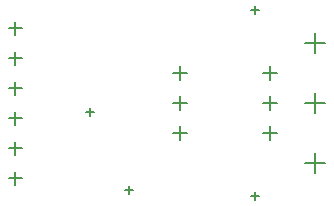
<source format=gbr>
%TF.GenerationSoftware,Altium Limited,Altium Designer,21.3.0 (21)*%
G04 Layer_Color=128*
%FSLAX45Y45*%
%MOMM*%
%TF.SameCoordinates,798F48EE-B9F3-42F3-8741-5E889E50E555*%
%TF.FilePolarity,Positive*%
%TF.FileFunction,Drillmap*%
%TF.Part,Single*%
G01*
G75*
%TA.AperFunction,NonConductor*%
%ADD35C,0.12700*%
D35*
X25632501Y20320000D02*
X25802499D01*
X25717499Y20235001D02*
Y20405000D01*
X25632501Y19812000D02*
X25802499D01*
X25717499Y19727000D02*
Y19897000D01*
X25632501Y19303999D02*
X25802499D01*
X25717499Y19219000D02*
Y19389000D01*
X23122501Y19177000D02*
X23232500D01*
X23177499Y19122000D02*
Y19232001D01*
X23122501Y19431000D02*
X23232500D01*
X23177499Y19375999D02*
Y19486000D01*
X23122501Y19685001D02*
X23232500D01*
X23177499Y19630000D02*
Y19739999D01*
X23122501Y19939000D02*
X23232500D01*
X23177499Y19884000D02*
Y19994000D01*
X23122501Y20447000D02*
X23232500D01*
X23177499Y20392000D02*
Y20502000D01*
X23122501Y20192999D02*
X23232500D01*
X23177499Y20138000D02*
Y20248000D01*
X25276500Y19558000D02*
X25396500D01*
X25336501Y19498000D02*
Y19617999D01*
X25276500Y19812000D02*
X25396500D01*
X25336501Y19752000D02*
Y19872000D01*
X25276500Y20066000D02*
X25396500D01*
X25336501Y20006000D02*
Y20125999D01*
X24514500Y20066000D02*
X24634500D01*
X24574500Y20006000D02*
Y20125999D01*
X24514500Y19812000D02*
X24634500D01*
X24574500Y19752000D02*
Y19872000D01*
X24514500Y19558000D02*
X24634500D01*
X24574500Y19498000D02*
Y19617999D01*
X25173940Y19024600D02*
X25245061D01*
X25209500Y18989040D02*
Y19060159D01*
X24107140Y19075400D02*
X24178259D01*
X24142700Y19039841D02*
Y19110960D01*
X23776939Y19735800D02*
X23848061D01*
X23812500Y19700240D02*
Y19771359D01*
X25173940Y20599400D02*
X25245061D01*
X25209500Y20563840D02*
Y20634959D01*
%TF.MD5,4a77a5bb56dcc79757544af7170426f5*%
M02*

</source>
